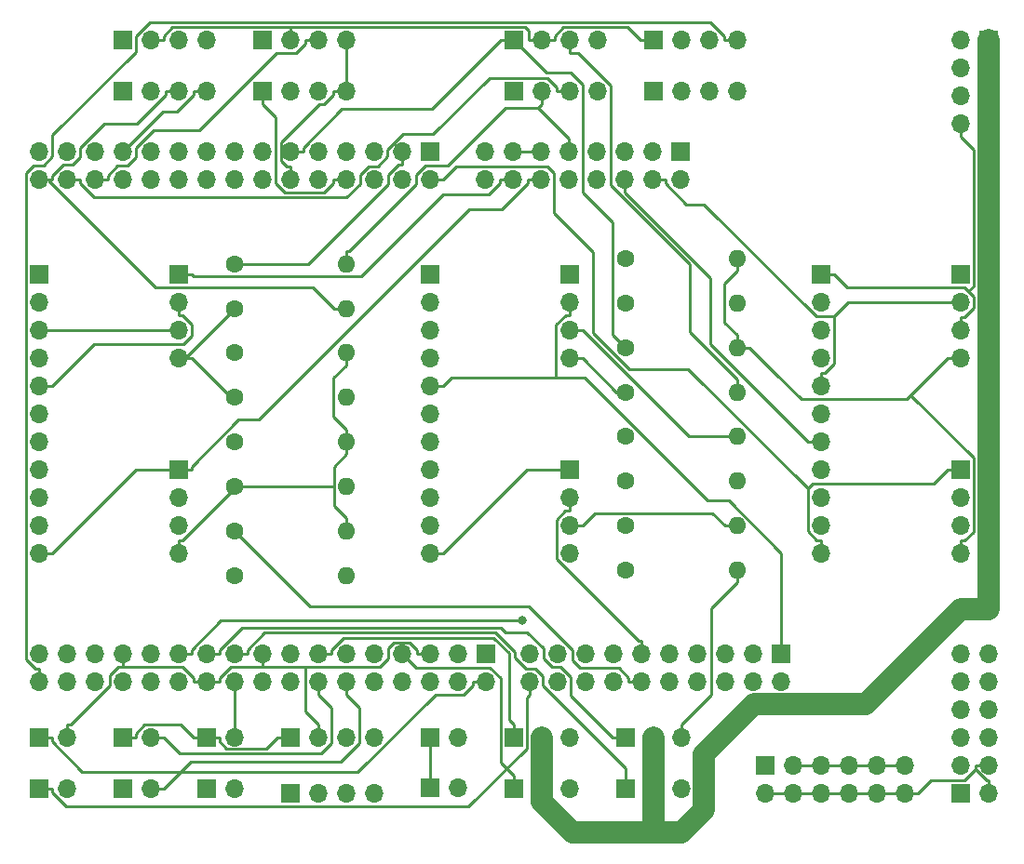
<source format=gtl>
G04 #@! TF.GenerationSoftware,KiCad,Pcbnew,8.0.4*
G04 #@! TF.CreationDate,2024-11-25T17:41:29+09:00*
G04 #@! TF.ProjectId,F767ZI_MB_V1.0,46373637-5a49-45f4-9d42-5f56312e302e,rev?*
G04 #@! TF.SameCoordinates,Original*
G04 #@! TF.FileFunction,Copper,L1,Top*
G04 #@! TF.FilePolarity,Positive*
%FSLAX46Y46*%
G04 Gerber Fmt 4.6, Leading zero omitted, Abs format (unit mm)*
G04 Created by KiCad (PCBNEW 8.0.4) date 2024-11-25 17:41:29*
%MOMM*%
%LPD*%
G01*
G04 APERTURE LIST*
G04 #@! TA.AperFunction,ComponentPad*
%ADD10R,1.700000X1.700000*%
G04 #@! TD*
G04 #@! TA.AperFunction,ComponentPad*
%ADD11O,1.700000X1.700000*%
G04 #@! TD*
G04 #@! TA.AperFunction,ComponentPad*
%ADD12C,1.600000*%
G04 #@! TD*
G04 #@! TA.AperFunction,ComponentPad*
%ADD13O,1.600000X1.600000*%
G04 #@! TD*
G04 #@! TA.AperFunction,ViaPad*
%ADD14C,0.800000*%
G04 #@! TD*
G04 #@! TA.AperFunction,Conductor*
%ADD15C,2.000000*%
G04 #@! TD*
G04 #@! TA.AperFunction,Conductor*
%ADD16C,0.250000*%
G04 #@! TD*
G04 APERTURE END LIST*
D10*
X91440000Y-87386000D03*
D11*
X91440000Y-89926000D03*
X91440000Y-92466000D03*
X91440000Y-95006000D03*
D10*
X162560000Y-105166000D03*
D11*
X162560000Y-107706000D03*
X162560000Y-110246000D03*
X162560000Y-112786000D03*
D10*
X93980000Y-129540000D03*
D11*
X96520000Y-129540000D03*
D10*
X121920000Y-70690000D03*
D11*
X124460000Y-70690000D03*
X127000000Y-70690000D03*
X129540000Y-70690000D03*
D10*
X144780000Y-132080000D03*
D11*
X144780000Y-134620000D03*
X147320000Y-132080000D03*
X147320000Y-134620000D03*
X149860000Y-132080000D03*
X149860000Y-134620000D03*
X152400000Y-132080000D03*
X152400000Y-134620000D03*
X154940000Y-132080000D03*
X154940000Y-134620000D03*
X157480000Y-132080000D03*
X157480000Y-134620000D03*
D12*
X96520000Y-86426000D03*
D13*
X106680000Y-86426000D03*
D10*
X121920000Y-134190000D03*
D11*
X124460000Y-134190000D03*
X127000000Y-134190000D03*
D12*
X96520000Y-102626000D03*
D13*
X106680000Y-102626000D03*
D10*
X134620000Y-66040000D03*
D11*
X137160000Y-66040000D03*
X139700000Y-66040000D03*
X142240000Y-66040000D03*
D10*
X149860000Y-87386000D03*
D11*
X149860000Y-89926000D03*
X149860000Y-92466000D03*
X149860000Y-95006000D03*
X149860000Y-97546000D03*
X149860000Y-100086000D03*
X149860000Y-102626000D03*
X149860000Y-105166000D03*
X149860000Y-107706000D03*
X149860000Y-110246000D03*
X149860000Y-112786000D03*
D10*
X86360000Y-129540000D03*
D11*
X88900000Y-129540000D03*
D10*
X121920000Y-129540000D03*
D11*
X124460000Y-129540000D03*
X127000000Y-129540000D03*
D12*
X132080000Y-106196000D03*
D13*
X142240000Y-106196000D03*
D12*
X132080000Y-98096000D03*
D13*
X142240000Y-98096000D03*
D10*
X114300000Y-134140000D03*
D11*
X116840000Y-134140000D03*
D10*
X162560000Y-134620000D03*
D11*
X165100000Y-134620000D03*
X162560000Y-132080000D03*
X165100000Y-132080000D03*
X162560000Y-129540000D03*
X165100000Y-129540000D03*
X162560000Y-127000000D03*
X165100000Y-127000000D03*
X162560000Y-124460000D03*
X165100000Y-124460000D03*
X162560000Y-121920000D03*
X165100000Y-121920000D03*
D10*
X165100000Y-66040000D03*
D11*
X162560000Y-66040000D03*
X165100000Y-68580000D03*
X162560000Y-68580000D03*
X165100000Y-71120000D03*
X162560000Y-71120000D03*
X165100000Y-73660000D03*
X162560000Y-73660000D03*
D12*
X132080000Y-102146000D03*
D13*
X142240000Y-102146000D03*
D12*
X96520000Y-106676000D03*
D13*
X106680000Y-106676000D03*
D12*
X132080000Y-110246000D03*
D13*
X142240000Y-110246000D03*
D10*
X101600000Y-134620000D03*
D11*
X104140000Y-134620000D03*
X106680000Y-134620000D03*
X109220000Y-134620000D03*
D10*
X101600000Y-129540000D03*
D11*
X104140000Y-129540000D03*
X106680000Y-129540000D03*
X109220000Y-129540000D03*
D10*
X114300000Y-87386000D03*
D11*
X114300000Y-89926000D03*
X114300000Y-92466000D03*
X114300000Y-95006000D03*
X114300000Y-97546000D03*
X114300000Y-100086000D03*
X114300000Y-102626000D03*
X114300000Y-105166000D03*
X114300000Y-107706000D03*
X114300000Y-110246000D03*
X114300000Y-112786000D03*
D10*
X86360000Y-66040000D03*
D11*
X88900000Y-66040000D03*
X91440000Y-66040000D03*
X93980000Y-66040000D03*
D12*
X132080000Y-85946000D03*
D13*
X142240000Y-85946000D03*
D12*
X96520000Y-114776000D03*
D13*
X106680000Y-114776000D03*
D10*
X121920000Y-66040000D03*
D11*
X124460000Y-66040000D03*
X127000000Y-66040000D03*
X129540000Y-66040000D03*
D12*
X96520000Y-98576000D03*
D13*
X106680000Y-98576000D03*
D10*
X99060000Y-70690000D03*
D11*
X101600000Y-70690000D03*
X104140000Y-70690000D03*
X106680000Y-70690000D03*
D10*
X127000000Y-105166000D03*
D11*
X127000000Y-107706000D03*
X127000000Y-110246000D03*
X127000000Y-112786000D03*
D10*
X162560000Y-87386000D03*
D11*
X162560000Y-89926000D03*
X162560000Y-92466000D03*
X162560000Y-95006000D03*
D10*
X134620000Y-70690000D03*
D11*
X137160000Y-70690000D03*
X139700000Y-70690000D03*
X142240000Y-70690000D03*
D10*
X91440000Y-105166000D03*
D11*
X91440000Y-107706000D03*
X91440000Y-110246000D03*
X91440000Y-112786000D03*
D12*
X132080000Y-114296000D03*
D13*
X142240000Y-114296000D03*
D12*
X132080000Y-89996000D03*
D13*
X142240000Y-89996000D03*
D12*
X96520000Y-94526000D03*
D13*
X106680000Y-94526000D03*
D10*
X93980000Y-134190000D03*
D11*
X96520000Y-134190000D03*
D10*
X86360000Y-70690000D03*
D11*
X88900000Y-70690000D03*
X91440000Y-70690000D03*
X93980000Y-70690000D03*
D10*
X132080000Y-129540000D03*
D11*
X134620000Y-129540000D03*
X137160000Y-129540000D03*
D10*
X132080000Y-134190000D03*
D11*
X134620000Y-134190000D03*
X137160000Y-134190000D03*
D10*
X78740000Y-134190000D03*
D11*
X81280000Y-134190000D03*
D10*
X86360000Y-134190000D03*
D11*
X88900000Y-134190000D03*
D12*
X96520000Y-90476000D03*
D13*
X106680000Y-90476000D03*
D10*
X78740000Y-87386000D03*
D11*
X78740000Y-89926000D03*
X78740000Y-92466000D03*
X78740000Y-95006000D03*
X78740000Y-97546000D03*
X78740000Y-100086000D03*
X78740000Y-102626000D03*
X78740000Y-105166000D03*
X78740000Y-107706000D03*
X78740000Y-110246000D03*
X78740000Y-112786000D03*
D10*
X78740000Y-129540000D03*
D11*
X81280000Y-129540000D03*
D10*
X114300000Y-129540000D03*
D11*
X116840000Y-129540000D03*
D10*
X99060000Y-66040000D03*
D11*
X101600000Y-66040000D03*
X104140000Y-66040000D03*
X106680000Y-66040000D03*
D12*
X96520000Y-110726000D03*
D13*
X106680000Y-110726000D03*
D10*
X127000000Y-87386000D03*
D11*
X127000000Y-89926000D03*
X127000000Y-92466000D03*
X127000000Y-95006000D03*
D12*
X132080000Y-94046000D03*
D13*
X142240000Y-94046000D03*
D10*
X146240000Y-121920000D03*
D11*
X146240000Y-124460000D03*
X143700000Y-121920000D03*
X143700000Y-124460000D03*
X141160000Y-121920000D03*
X141160000Y-124460000D03*
X138620000Y-121920000D03*
X138620000Y-124460000D03*
X136080000Y-121920000D03*
X136080000Y-124460000D03*
X133540000Y-121920000D03*
X133540000Y-124460000D03*
X131000000Y-121920000D03*
X131000000Y-124460000D03*
X128460000Y-121920000D03*
X128460000Y-124460000D03*
X125920000Y-121920000D03*
X125920000Y-124460000D03*
X123380000Y-121920000D03*
X123380000Y-124460000D03*
D10*
X119380000Y-121920000D03*
D11*
X119380000Y-124460000D03*
X116840000Y-121920000D03*
X116840000Y-124460000D03*
X114300000Y-121920000D03*
X114300000Y-124460000D03*
X111760000Y-121920000D03*
X111760000Y-124460000D03*
X109220000Y-121920000D03*
X109220000Y-124460000D03*
X106680000Y-121920000D03*
X106680000Y-124460000D03*
X104140000Y-121920000D03*
X104140000Y-124460000D03*
X101600000Y-121920000D03*
X101600000Y-124460000D03*
X99060000Y-121920000D03*
X99060000Y-124460000D03*
X96520000Y-121920000D03*
X96520000Y-124460000D03*
X93980000Y-121920000D03*
X93980000Y-124460000D03*
X91440000Y-121920000D03*
X91440000Y-124460000D03*
X88900000Y-121920000D03*
X88900000Y-124460000D03*
X86360000Y-121920000D03*
X86360000Y-124460000D03*
X83820000Y-121920000D03*
X83820000Y-124460000D03*
X81280000Y-121920000D03*
X81280000Y-124460000D03*
X78740000Y-121920000D03*
X78740000Y-124460000D03*
D10*
X137080000Y-76200000D03*
D11*
X137080000Y-78740000D03*
X134540000Y-76200000D03*
X134540000Y-78740000D03*
X132000000Y-76200000D03*
X132000000Y-78740000D03*
X129460000Y-76200000D03*
X129460000Y-78740000D03*
X126920000Y-76200000D03*
X126920000Y-78740000D03*
X124380000Y-76200000D03*
X124380000Y-78740000D03*
X121840000Y-76200000D03*
X121840000Y-78740000D03*
X119300000Y-76200000D03*
X119300000Y-78740000D03*
D10*
X114300000Y-76200000D03*
D11*
X114300000Y-78740000D03*
X111760000Y-76200000D03*
X111760000Y-78740000D03*
X109220000Y-76200000D03*
X109220000Y-78740000D03*
X106680000Y-76200000D03*
X106680000Y-78740000D03*
X104140000Y-76200000D03*
X104140000Y-78740000D03*
X101600000Y-76200000D03*
X101600000Y-78740000D03*
X99060000Y-76200000D03*
X99060000Y-78740000D03*
X96520000Y-76200000D03*
X96520000Y-78740000D03*
X93980000Y-76200000D03*
X93980000Y-78740000D03*
X91440000Y-76200000D03*
X91440000Y-78740000D03*
X88900000Y-76200000D03*
X88900000Y-78740000D03*
X86360000Y-76200000D03*
X86360000Y-78740000D03*
X83820000Y-76200000D03*
X83820000Y-78740000D03*
X81280000Y-76200000D03*
X81280000Y-78740000D03*
X78740000Y-76200000D03*
X78740000Y-78740000D03*
D14*
X122701700Y-118896100D03*
D15*
X124460000Y-134190000D02*
X124460000Y-129540000D01*
X124460000Y-135392000D02*
X124460000Y-134190000D01*
X127254000Y-138186000D02*
X124460000Y-135392000D01*
X134620000Y-138186000D02*
X127254000Y-138186000D01*
X134620000Y-134190000D02*
X134620000Y-129540000D01*
X134620000Y-138186000D02*
X134620000Y-134190000D01*
X137160000Y-138186000D02*
X134620000Y-138186000D01*
X139210000Y-136136000D02*
X137160000Y-138186000D01*
X139210000Y-131056000D02*
X139210000Y-136136000D01*
X143756000Y-126510000D02*
X139210000Y-131056000D01*
X153916000Y-126510000D02*
X143756000Y-126510000D01*
X162560000Y-117866000D02*
X153916000Y-126510000D01*
X165100000Y-117866000D02*
X162560000Y-117866000D01*
X165100000Y-73660000D02*
X165100000Y-117866000D01*
X165100000Y-71120000D02*
X165100000Y-73660000D01*
X165100000Y-68580000D02*
X165100000Y-71120000D01*
X165100000Y-66040000D02*
X165100000Y-68580000D01*
D16*
X91805200Y-91101100D02*
X91440000Y-91101100D01*
X92627700Y-91923600D02*
X91805200Y-91101100D01*
X92627700Y-92968800D02*
X92627700Y-91923600D01*
X91860500Y-93736000D02*
X92627700Y-92968800D01*
X83725100Y-93736000D02*
X91860500Y-93736000D01*
X79915100Y-97546000D02*
X83725100Y-93736000D01*
X78740000Y-97546000D02*
X79915100Y-97546000D01*
X91440000Y-89926000D02*
X91440000Y-91101100D01*
X123095100Y-105166000D02*
X127000000Y-105166000D01*
X115475100Y-112786000D02*
X123095100Y-105166000D01*
X114300000Y-112786000D02*
X115475100Y-112786000D01*
X149860000Y-112786000D02*
X149860000Y-111610900D01*
X162560000Y-105166000D02*
X161384900Y-105166000D01*
X114300000Y-78740000D02*
X115475100Y-78740000D01*
X148670900Y-110789100D02*
X148670900Y-106885900D01*
X149492700Y-111610900D02*
X148670900Y-110789100D01*
X149860000Y-111610900D02*
X149492700Y-111610900D01*
X160100800Y-106450100D02*
X161384900Y-105166000D01*
X149106700Y-106450100D02*
X160100800Y-106450100D01*
X148670900Y-106885900D02*
X149106700Y-106450100D01*
X137764100Y-95979100D02*
X148670900Y-106885900D01*
X132398300Y-95979100D02*
X137764100Y-95979100D01*
X129134800Y-92715600D02*
X132398300Y-95979100D01*
X129134800Y-85389600D02*
X129134800Y-92715600D01*
X125555200Y-81810000D02*
X129134800Y-85389600D01*
X125555200Y-78148100D02*
X125555200Y-81810000D01*
X124961900Y-77554800D02*
X125555200Y-78148100D01*
X116660300Y-77554800D02*
X124961900Y-77554800D01*
X115475100Y-78740000D02*
X116660300Y-77554800D01*
X133296500Y-120744900D02*
X133540000Y-120744900D01*
X125798900Y-113247300D02*
X133296500Y-120744900D01*
X125798900Y-109715000D02*
X125798900Y-113247300D01*
X126632800Y-108881100D02*
X125798900Y-109715000D01*
X127000000Y-108881100D02*
X126632800Y-108881100D01*
X127000000Y-107706000D02*
X127000000Y-108881100D01*
X133540000Y-121920000D02*
X133540000Y-120744900D01*
X114300000Y-97546000D02*
X115475100Y-97546000D01*
X126634700Y-91101100D02*
X127000000Y-91101100D01*
X125779700Y-91956100D02*
X126634700Y-91101100D01*
X125779700Y-96751000D02*
X125779700Y-91956100D01*
X116270100Y-96751000D02*
X125779700Y-96751000D01*
X115475100Y-97546000D02*
X116270100Y-96751000D01*
X146240000Y-112739200D02*
X146240000Y-121920000D01*
X141454000Y-107953200D02*
X146240000Y-112739200D01*
X139557500Y-107953200D02*
X141454000Y-107953200D01*
X128355300Y-96751000D02*
X139557500Y-107953200D01*
X125779700Y-96751000D02*
X128355300Y-96751000D01*
X127000000Y-89926000D02*
X127000000Y-91101100D01*
X114300000Y-134140000D02*
X114300000Y-129540000D01*
X78740000Y-134190000D02*
X79915100Y-134190000D01*
X123380000Y-124460000D02*
X123380000Y-125635100D01*
X123095100Y-125920000D02*
X123380000Y-125635100D01*
X123095100Y-130549600D02*
X123095100Y-125920000D01*
X117797400Y-135847300D02*
X123095100Y-130549600D01*
X81205200Y-135847300D02*
X117797400Y-135847300D01*
X79915100Y-134557200D02*
X81205200Y-135847300D01*
X79915100Y-134190000D02*
X79915100Y-134557200D01*
X162560000Y-89926000D02*
X161497500Y-89926000D01*
X134540000Y-78740000D02*
X135715100Y-78740000D01*
X150225200Y-96370900D02*
X149860000Y-96370900D01*
X151080300Y-95515800D02*
X150225200Y-96370900D01*
X151080300Y-91196000D02*
X151080300Y-95515800D01*
X152350300Y-89926000D02*
X151080300Y-91196000D01*
X161497500Y-89926000D02*
X152350300Y-89926000D01*
X135715100Y-79105300D02*
X135715100Y-78740000D01*
X137609800Y-81000000D02*
X135715100Y-79105300D01*
X139218100Y-81000000D02*
X137609800Y-81000000D01*
X149414100Y-91196000D02*
X139218100Y-81000000D01*
X151080300Y-91196000D02*
X149414100Y-91196000D01*
X149860000Y-97546000D02*
X149860000Y-96370900D01*
X149860000Y-102626000D02*
X148684900Y-102626000D01*
X132000000Y-78740000D02*
X132000000Y-79915100D01*
X139773700Y-87688800D02*
X132000000Y-79915100D01*
X139773700Y-93714800D02*
X139773700Y-87688800D01*
X148684900Y-102626000D02*
X139773700Y-93714800D01*
X91440000Y-87386000D02*
X92615100Y-87386000D01*
X121840000Y-78740000D02*
X120664900Y-78740000D01*
X92780300Y-87551200D02*
X92615100Y-87386000D01*
X108068500Y-87551200D02*
X92780300Y-87551200D01*
X115508000Y-80111700D02*
X108068500Y-87551200D01*
X119658400Y-80111700D02*
X115508000Y-80111700D01*
X120664900Y-79105200D02*
X119658400Y-80111700D01*
X120664900Y-78740000D02*
X120664900Y-79105200D01*
X78740000Y-112786000D02*
X79915100Y-112786000D01*
X87535100Y-105166000D02*
X91440000Y-105166000D01*
X79915100Y-112786000D02*
X87535100Y-105166000D01*
X124380000Y-78740000D02*
X123204900Y-78740000D01*
X123204900Y-79105200D02*
X123204900Y-78740000D01*
X120833600Y-81476500D02*
X123204900Y-79105200D01*
X117859100Y-81476500D02*
X120833600Y-81476500D01*
X98734600Y-100601000D02*
X117859100Y-81476500D01*
X96886300Y-100601000D02*
X98734600Y-100601000D01*
X92615100Y-104872200D02*
X96886300Y-100601000D01*
X92615100Y-105166000D02*
X92615100Y-104872200D01*
X91440000Y-105166000D02*
X92615100Y-105166000D01*
X113030000Y-123190000D02*
X111760000Y-121920000D01*
X119772300Y-123190000D02*
X113030000Y-123190000D01*
X120744900Y-124162600D02*
X119772300Y-123190000D01*
X120744900Y-131839800D02*
X120744900Y-124162600D01*
X121920000Y-133014900D02*
X120744900Y-131839800D01*
X121920000Y-134190000D02*
X121920000Y-133014900D01*
X132080000Y-129540000D02*
X130904900Y-129540000D01*
X93980000Y-121920000D02*
X95155100Y-121920000D01*
X127095200Y-125730300D02*
X130904900Y-129540000D01*
X127095200Y-124042000D02*
X127095200Y-125730300D01*
X126148400Y-123095200D02*
X127095200Y-124042000D01*
X125394300Y-123095200D02*
X126148400Y-123095200D01*
X124650000Y-122350900D02*
X125394300Y-123095200D01*
X124650000Y-121447400D02*
X124650000Y-122350900D01*
X123148600Y-119946000D02*
X124650000Y-121447400D01*
X121199300Y-119946000D02*
X123148600Y-119946000D01*
X120780300Y-119527000D02*
X121199300Y-119946000D01*
X97180900Y-119527000D02*
X120780300Y-119527000D01*
X95155100Y-121552800D02*
X97180900Y-119527000D01*
X95155100Y-121920000D02*
X95155100Y-121552800D01*
X92520000Y-131745100D02*
X90075100Y-134190000D01*
X106193200Y-131745100D02*
X92520000Y-131745100D01*
X107859100Y-130079200D02*
X106193200Y-131745100D01*
X107859100Y-126814200D02*
X107859100Y-130079200D01*
X106680000Y-125635100D02*
X107859100Y-126814200D01*
X106680000Y-124460000D02*
X106680000Y-125635100D01*
X88900000Y-134190000D02*
X90075100Y-134190000D01*
X118204900Y-124825200D02*
X118204900Y-124460000D01*
X117394900Y-125635200D02*
X118204900Y-124825200D01*
X114786800Y-125635200D02*
X117394900Y-125635200D01*
X107739000Y-132683000D02*
X114786800Y-125635200D01*
X82690900Y-132683000D02*
X107739000Y-132683000D01*
X79915100Y-129907200D02*
X82690900Y-132683000D01*
X79915100Y-129540000D02*
X79915100Y-129907200D01*
X78740000Y-129540000D02*
X79915100Y-129540000D01*
X119380000Y-124460000D02*
X118204900Y-124460000D01*
X121920000Y-129540000D02*
X121920000Y-128364900D01*
X104140000Y-121920000D02*
X105315100Y-121920000D01*
X105315100Y-121554700D02*
X105315100Y-121920000D01*
X106423800Y-120446000D02*
X105315100Y-121554700D01*
X120079000Y-120446000D02*
X106423800Y-120446000D01*
X121469900Y-121836900D02*
X120079000Y-120446000D01*
X121469900Y-127914800D02*
X121469900Y-121836900D01*
X121920000Y-128364900D02*
X121469900Y-127914800D01*
X97695100Y-121554700D02*
X97695100Y-121920000D01*
X99254700Y-119995100D02*
X97695100Y-121554700D01*
X120275800Y-119995100D02*
X99254700Y-119995100D01*
X122029600Y-121748900D02*
X120275800Y-119995100D01*
X122029600Y-122303300D02*
X122029600Y-121748900D01*
X123011100Y-123284800D02*
X122029600Y-122303300D01*
X123869700Y-123284800D02*
X123011100Y-123284800D01*
X124555200Y-123970300D02*
X123869700Y-123284800D01*
X124555200Y-124805600D02*
X124555200Y-123970300D01*
X132080000Y-132330400D02*
X124555200Y-124805600D01*
X132080000Y-134190000D02*
X132080000Y-132330400D01*
X96520000Y-121920000D02*
X97695100Y-121920000D01*
X104140000Y-124460000D02*
X104140000Y-125635100D01*
X88900000Y-129540000D02*
X90075100Y-129540000D01*
X91525600Y-130990500D02*
X90075100Y-129540000D01*
X104391000Y-130990500D02*
X91525600Y-130990500D01*
X105317000Y-130064500D02*
X104391000Y-130990500D01*
X105317000Y-126812100D02*
X105317000Y-130064500D01*
X104140000Y-125635100D02*
X105317000Y-126812100D01*
X96520000Y-129540000D02*
X96520000Y-124460000D01*
X78374700Y-123284900D02*
X78740000Y-123284900D01*
X77541200Y-122451400D02*
X78374700Y-123284900D01*
X77541200Y-78189100D02*
X77541200Y-122451400D01*
X78260300Y-77470000D02*
X77541200Y-78189100D01*
X79154600Y-77470000D02*
X78260300Y-77470000D01*
X79977600Y-76647000D02*
X79154600Y-77470000D01*
X79977600Y-74663700D02*
X79977600Y-76647000D01*
X87535200Y-67106100D02*
X79977600Y-74663700D01*
X87535200Y-65680700D02*
X87535200Y-67106100D01*
X88820600Y-64395300D02*
X87535200Y-65680700D01*
X139787400Y-64395300D02*
X88820600Y-64395300D01*
X141064900Y-65672800D02*
X139787400Y-64395300D01*
X141064900Y-66040000D02*
X141064900Y-65672800D01*
X142240000Y-66040000D02*
X141064900Y-66040000D01*
X78740000Y-124460000D02*
X78740000Y-123284900D01*
X91440000Y-121920000D02*
X92615100Y-121920000D01*
X95273700Y-118896100D02*
X122701700Y-118896100D01*
X92615100Y-121554700D02*
X95273700Y-118896100D01*
X92615100Y-121920000D02*
X92615100Y-121554700D01*
X137931200Y-92662100D02*
X142240000Y-96970900D01*
X137931200Y-86483000D02*
X137931200Y-92662100D01*
X130729900Y-79281700D02*
X137931200Y-86483000D01*
X130729900Y-70210600D02*
X130729900Y-79281700D01*
X127734400Y-67215100D02*
X130729900Y-70210600D01*
X127000000Y-67215100D02*
X127734400Y-67215100D01*
X127000000Y-66040000D02*
X127000000Y-67215100D01*
X142240000Y-98096000D02*
X142240000Y-96970900D01*
X130946400Y-92912400D02*
X132080000Y-94046000D01*
X130946400Y-82671600D02*
X130946400Y-92912400D01*
X128190000Y-79915200D02*
X130946400Y-82671600D01*
X128190000Y-70125800D02*
X128190000Y-79915200D01*
X127086900Y-69022700D02*
X128190000Y-70125800D01*
X124902700Y-69022700D02*
X127086900Y-69022700D01*
X121920000Y-66040000D02*
X124902700Y-69022700D01*
X101600000Y-76200000D02*
X102775100Y-76200000D01*
X102775100Y-75834700D02*
X102775100Y-76200000D01*
X106294500Y-72315300D02*
X102775100Y-75834700D01*
X114469600Y-72315300D02*
X106294500Y-72315300D01*
X120744900Y-66040000D02*
X114469600Y-72315300D01*
X121920000Y-66040000D02*
X120744900Y-66040000D01*
X82455100Y-79105300D02*
X82455100Y-78740000D01*
X83733300Y-80383500D02*
X82455100Y-79105300D01*
X106704100Y-80383500D02*
X83733300Y-80383500D01*
X107950000Y-79137600D02*
X106704100Y-80383500D01*
X107950000Y-78309100D02*
X107950000Y-79137600D01*
X108694300Y-77564800D02*
X107950000Y-78309100D01*
X109539800Y-77564800D02*
X108694300Y-77564800D01*
X110457600Y-76647000D02*
X109539800Y-77564800D01*
X110457600Y-76041700D02*
X110457600Y-76647000D01*
X111868000Y-74631300D02*
X110457600Y-76041700D01*
X114607700Y-74631300D02*
X111868000Y-74631300D01*
X119724200Y-69514800D02*
X114607700Y-74631300D01*
X125016900Y-69514800D02*
X119724200Y-69514800D01*
X125824900Y-70322800D02*
X125016900Y-69514800D01*
X125824900Y-70690000D02*
X125824900Y-70322800D01*
X127000000Y-70690000D02*
X125824900Y-70690000D01*
X81280000Y-78740000D02*
X82455100Y-78740000D01*
X84995100Y-78374700D02*
X84995100Y-78740000D01*
X85899800Y-77470000D02*
X84995100Y-78374700D01*
X86790900Y-77470000D02*
X85899800Y-77470000D01*
X87535200Y-76725700D02*
X86790900Y-77470000D01*
X87535200Y-75901500D02*
X87535200Y-76725700D01*
X89184800Y-74251900D02*
X87535200Y-75901500D01*
X93319100Y-74251900D02*
X89184800Y-74251900D01*
X100355900Y-67215100D02*
X93319100Y-74251900D01*
X102157100Y-67215100D02*
X100355900Y-67215100D01*
X102964900Y-66407300D02*
X102157100Y-67215100D01*
X102964900Y-66040000D02*
X102964900Y-66407300D01*
X104140000Y-66040000D02*
X102964900Y-66040000D01*
X83820000Y-78740000D02*
X84995100Y-78740000D01*
X132364900Y-124094800D02*
X132364900Y-124460000D01*
X131460100Y-123190000D02*
X132364900Y-124094800D01*
X127970500Y-123190000D02*
X131460100Y-123190000D01*
X127284800Y-122504300D02*
X127970500Y-123190000D01*
X127284800Y-121622500D02*
X127284800Y-122504300D01*
X123302600Y-117640300D02*
X127284800Y-121622500D01*
X103434300Y-117640300D02*
X123302600Y-117640300D01*
X96520000Y-110726000D02*
X103434300Y-117640300D01*
X133540000Y-124460000D02*
X132364900Y-124460000D01*
X105504900Y-79105200D02*
X105504900Y-78740000D01*
X104676800Y-79933300D02*
X105504900Y-79105200D01*
X101090700Y-79933300D02*
X104676800Y-79933300D01*
X100235100Y-79077700D02*
X101090700Y-79933300D01*
X100235100Y-73040200D02*
X100235100Y-79077700D01*
X99060000Y-71865100D02*
X100235100Y-73040200D01*
X99060000Y-70690000D02*
X99060000Y-71865100D01*
X106680000Y-78740000D02*
X105504900Y-78740000D01*
X79915100Y-78374700D02*
X79915100Y-78740000D01*
X80914600Y-77375200D02*
X79915100Y-78374700D01*
X81769700Y-77375200D02*
X80914600Y-77375200D01*
X82455200Y-76689700D02*
X81769700Y-77375200D01*
X82455200Y-75888600D02*
X82455200Y-76689700D01*
X84708600Y-73635200D02*
X82455200Y-75888600D01*
X87682800Y-73635200D02*
X84708600Y-73635200D01*
X90264900Y-71053100D02*
X87682800Y-73635200D01*
X90264900Y-70690000D02*
X90264900Y-71053100D01*
X91440000Y-70690000D02*
X90264900Y-70690000D01*
X78740000Y-78740000D02*
X79621400Y-78740000D01*
X79621400Y-78740000D02*
X79915100Y-78740000D01*
X103640100Y-88561200D02*
X105554900Y-90476000D01*
X89364600Y-88561200D02*
X103640100Y-88561200D01*
X79621400Y-78818000D02*
X89364600Y-88561200D01*
X79621400Y-78740000D02*
X79621400Y-78818000D01*
X106680000Y-90476000D02*
X105554900Y-90476000D01*
X111760000Y-76200000D02*
X111760000Y-77375100D01*
X103196000Y-86426000D02*
X96520000Y-86426000D01*
X110490000Y-79132000D02*
X103196000Y-86426000D01*
X110490000Y-78279800D02*
X110490000Y-79132000D01*
X111394700Y-77375100D02*
X110490000Y-78279800D01*
X111760000Y-77375100D02*
X111394700Y-77375100D01*
X101600000Y-129540000D02*
X100424900Y-129540000D01*
X131265100Y-98096000D02*
X132080000Y-98096000D01*
X128175100Y-95006000D02*
X131265100Y-98096000D01*
X127000000Y-95006000D02*
X128175100Y-95006000D01*
X94567600Y-129540000D02*
X95155100Y-129540000D01*
X94567600Y-129540000D02*
X93980000Y-129540000D01*
X87535100Y-129172700D02*
X87535100Y-129540000D01*
X88342900Y-128364900D02*
X87535100Y-129172700D01*
X91629800Y-128364900D02*
X88342900Y-128364900D01*
X92804900Y-129540000D02*
X91629800Y-128364900D01*
X93980000Y-129540000D02*
X92804900Y-129540000D01*
X86360000Y-129540000D02*
X87535100Y-129540000D01*
X88900000Y-66040000D02*
X90075100Y-66040000D01*
X101600000Y-66040000D02*
X101600000Y-64864900D01*
X106680000Y-110726000D02*
X106680000Y-109600900D01*
X105552600Y-104878500D02*
X105552600Y-106676000D01*
X106680000Y-103751100D02*
X105552600Y-104878500D01*
X105552600Y-108473500D02*
X106680000Y-109600900D01*
X105552600Y-106676000D02*
X105552600Y-108473500D01*
X125635100Y-65674700D02*
X125635100Y-66040000D01*
X126445000Y-64864800D02*
X125635100Y-65674700D01*
X132269700Y-64864800D02*
X126445000Y-64864800D01*
X133444900Y-66040000D02*
X132269700Y-64864800D01*
X134620000Y-66040000D02*
X133444900Y-66040000D01*
X124460000Y-66040000D02*
X125635100Y-66040000D01*
X90884900Y-64864900D02*
X101600000Y-64864900D01*
X90075100Y-65674700D02*
X90884900Y-64864900D01*
X90075100Y-66040000D02*
X90075100Y-65674700D01*
X123284900Y-65209000D02*
X123284900Y-66040000D01*
X122940800Y-64864900D02*
X123284900Y-65209000D01*
X101600000Y-64864900D02*
X122940800Y-64864900D01*
X162560000Y-95006000D02*
X161384900Y-95006000D01*
X142240000Y-94046000D02*
X143365100Y-94046000D01*
X162560000Y-112786000D02*
X162560000Y-111610900D01*
X163735200Y-104099000D02*
X158013600Y-98377300D01*
X163735200Y-110802900D02*
X163735200Y-104099000D01*
X162927200Y-111610900D02*
X163735200Y-110802900D01*
X162560000Y-111610900D02*
X162927200Y-111610900D01*
X161384900Y-95006000D02*
X158013600Y-98377300D01*
X106680000Y-103188500D02*
X106680000Y-103751100D01*
X106680000Y-103188500D02*
X106680000Y-102626000D01*
X105511800Y-96819300D02*
X106680000Y-95651100D01*
X105511800Y-100332700D02*
X105511800Y-96819300D01*
X106680000Y-101500900D02*
X105511800Y-100332700D01*
X106680000Y-102626000D02*
X106680000Y-101500900D01*
X106680000Y-94526000D02*
X106680000Y-95651100D01*
X124460000Y-66040000D02*
X123284900Y-66040000D01*
X145720300Y-96401200D02*
X143365100Y-94046000D01*
X145720400Y-96401200D02*
X145720300Y-96401200D01*
X148075700Y-98756500D02*
X145720400Y-96401200D01*
X157634400Y-98756500D02*
X148075700Y-98756500D01*
X158013600Y-98377300D02*
X157634400Y-98756500D01*
X141090900Y-91771800D02*
X142240000Y-92920900D01*
X141090900Y-88220200D02*
X141090900Y-91771800D01*
X142240000Y-87071100D02*
X141090900Y-88220200D01*
X142240000Y-85946000D02*
X142240000Y-87071100D01*
X142240000Y-94046000D02*
X142240000Y-92920900D01*
X95155100Y-129907200D02*
X95155100Y-129540000D01*
X95777400Y-130529500D02*
X95155100Y-129907200D01*
X99435400Y-130529500D02*
X95777400Y-130529500D01*
X100424900Y-129540000D02*
X99435400Y-130529500D01*
X124460000Y-70690000D02*
X124460000Y-71752500D01*
X106680000Y-86426000D02*
X106680000Y-85300900D01*
X96185100Y-98576000D02*
X92615100Y-95006000D01*
X96520000Y-98576000D02*
X96185100Y-98576000D01*
X91440000Y-95006000D02*
X92027600Y-95006000D01*
X92027600Y-95006000D02*
X92615100Y-95006000D01*
X96520000Y-90513600D02*
X96520000Y-90476000D01*
X92027600Y-95006000D02*
X96520000Y-90513600D01*
X126920000Y-76200000D02*
X126920000Y-75024900D01*
X124110100Y-72215000D02*
X126920000Y-75024900D01*
X121158700Y-72215000D02*
X124110100Y-72215000D01*
X115903700Y-77470000D02*
X121158700Y-72215000D01*
X113893900Y-77470000D02*
X115903700Y-77470000D01*
X113030000Y-78333900D02*
X113893900Y-77470000D01*
X113030000Y-79184000D02*
X113030000Y-78333900D01*
X106913100Y-85300900D02*
X113030000Y-79184000D01*
X106680000Y-85300900D02*
X106913100Y-85300900D01*
X124460000Y-71865100D02*
X124460000Y-71752500D01*
X124110100Y-72215000D02*
X124460000Y-71865100D01*
X105552600Y-106676000D02*
X96520000Y-106676000D01*
X91756000Y-111610900D02*
X91440000Y-111610900D01*
X96520000Y-106846900D02*
X91756000Y-111610900D01*
X96520000Y-106676000D02*
X96520000Y-106846900D01*
X91440000Y-112786000D02*
X91440000Y-111610900D01*
X152400000Y-132080000D02*
X154940000Y-132080000D01*
X154940000Y-132080000D02*
X157480000Y-132080000D01*
X149860000Y-132080000D02*
X152400000Y-132080000D01*
X147320000Y-132080000D02*
X149860000Y-132080000D01*
X144780000Y-134620000D02*
X147320000Y-134620000D01*
X147320000Y-134620000D02*
X149860000Y-134620000D01*
X149860000Y-134620000D02*
X152400000Y-134620000D01*
X152400000Y-134620000D02*
X154940000Y-134620000D01*
X154940000Y-134620000D02*
X157480000Y-134620000D01*
X157480000Y-134620000D02*
X158655100Y-134620000D01*
X165100000Y-132080000D02*
X163924900Y-132080000D01*
X149860000Y-87386000D02*
X151035100Y-87386000D01*
X162560000Y-92466000D02*
X162560000Y-91290900D01*
X139975800Y-109106900D02*
X141114900Y-110246000D01*
X129314200Y-109106900D02*
X139975800Y-109106900D01*
X128175100Y-110246000D02*
X129314200Y-109106900D01*
X127000000Y-110246000D02*
X128175100Y-110246000D01*
X142240000Y-110246000D02*
X141114900Y-110246000D01*
X121840000Y-76200000D02*
X124380000Y-76200000D01*
X92804900Y-71055200D02*
X92804900Y-70690000D01*
X91304900Y-72555200D02*
X92804900Y-71055200D01*
X90004800Y-72555200D02*
X91304900Y-72555200D01*
X86360000Y-76200000D02*
X90004800Y-72555200D01*
X93980000Y-70690000D02*
X92804900Y-70690000D01*
X162560000Y-73660000D02*
X162560000Y-74835100D01*
X163735200Y-88447100D02*
X163258200Y-88924100D01*
X163735200Y-76010300D02*
X163735200Y-88447100D01*
X162560000Y-74835100D02*
X163735200Y-76010300D01*
X162895100Y-88561100D02*
X163258200Y-88924100D01*
X152210200Y-88561100D02*
X162895100Y-88561100D01*
X151035100Y-87386000D02*
X152210200Y-88561100D01*
X162925200Y-91290900D02*
X162560000Y-91290900D01*
X163774800Y-90441300D02*
X162925200Y-91290900D01*
X163774800Y-89440800D02*
X163774800Y-90441300D01*
X163258200Y-88924100D02*
X163774800Y-89440800D01*
X139890000Y-117771100D02*
X142240000Y-115421100D01*
X139890000Y-125634900D02*
X139890000Y-117771100D01*
X137160000Y-128364900D02*
X139890000Y-125634900D01*
X137160000Y-129540000D02*
X137160000Y-128364900D01*
X142240000Y-114296000D02*
X142240000Y-115421100D01*
X99060000Y-121920000D02*
X99060000Y-123095100D01*
X165100000Y-134620000D02*
X165100000Y-133444900D01*
X164924600Y-133444900D02*
X165100000Y-133444900D01*
X163924900Y-132445200D02*
X164924600Y-133444900D01*
X162925200Y-133444900D02*
X163924900Y-132445200D01*
X159830200Y-133444900D02*
X162925200Y-133444900D01*
X158655100Y-134620000D02*
X159830200Y-133444900D01*
X163924900Y-132445200D02*
X163924900Y-132080000D01*
X101600000Y-78740000D02*
X101600000Y-77564900D01*
X106680000Y-66040000D02*
X106680000Y-70690000D01*
X101234700Y-77564900D02*
X101600000Y-77564900D01*
X100761200Y-77091400D02*
X101234700Y-77564900D01*
X100761200Y-75326100D02*
X100761200Y-77091400D01*
X104222200Y-71865100D02*
X100761200Y-75326100D01*
X104697100Y-71865100D02*
X104222200Y-71865100D01*
X105504900Y-71057300D02*
X104697100Y-71865100D01*
X105504900Y-70690000D02*
X105504900Y-71057300D01*
X106680000Y-70690000D02*
X105504900Y-70690000D01*
X91440000Y-92466000D02*
X78740000Y-92466000D01*
X137855100Y-102146000D02*
X128175100Y-92466000D01*
X141114900Y-102146000D02*
X137855100Y-102146000D01*
X142240000Y-102146000D02*
X141114900Y-102146000D01*
X127000000Y-92466000D02*
X128175100Y-92466000D01*
X114300000Y-121920000D02*
X113124900Y-121920000D01*
X104140000Y-129540000D02*
X104140000Y-128364900D01*
X102949400Y-127174300D02*
X102949400Y-123095100D01*
X104140000Y-128364900D02*
X102949400Y-127174300D01*
X109770100Y-123095100D02*
X102949400Y-123095100D01*
X110490000Y-122375200D02*
X109770100Y-123095100D01*
X110490000Y-121449400D02*
X110490000Y-122375200D01*
X111018500Y-120920900D02*
X110490000Y-121449400D01*
X112434600Y-120920900D02*
X111018500Y-120920900D01*
X113124900Y-121611200D02*
X112434600Y-120920900D01*
X113124900Y-121920000D02*
X113124900Y-121611200D01*
X81645200Y-128364900D02*
X81280000Y-128364900D01*
X85184900Y-124825200D02*
X81645200Y-128364900D01*
X85184900Y-123902900D02*
X85184900Y-124825200D01*
X85992700Y-123095100D02*
X85184900Y-123902900D01*
X86360000Y-123095100D02*
X85992700Y-123095100D01*
X81280000Y-129540000D02*
X81280000Y-128364900D01*
X102949400Y-123095100D02*
X99060000Y-123095100D01*
X95155100Y-124094700D02*
X95155100Y-124460000D01*
X96154700Y-123095100D02*
X95155100Y-124094700D01*
X99060000Y-123095100D02*
X96154700Y-123095100D01*
X93980000Y-124460000D02*
X95155100Y-124460000D01*
X86360000Y-121920000D02*
X86360000Y-122982500D01*
X86360000Y-122982500D02*
X86360000Y-123095100D01*
X92804900Y-124094800D02*
X92804900Y-124460000D01*
X91805200Y-123095100D02*
X92804900Y-124094800D01*
X86360000Y-123095100D02*
X91805200Y-123095100D01*
X93980000Y-124460000D02*
X92804900Y-124460000D01*
M02*

</source>
